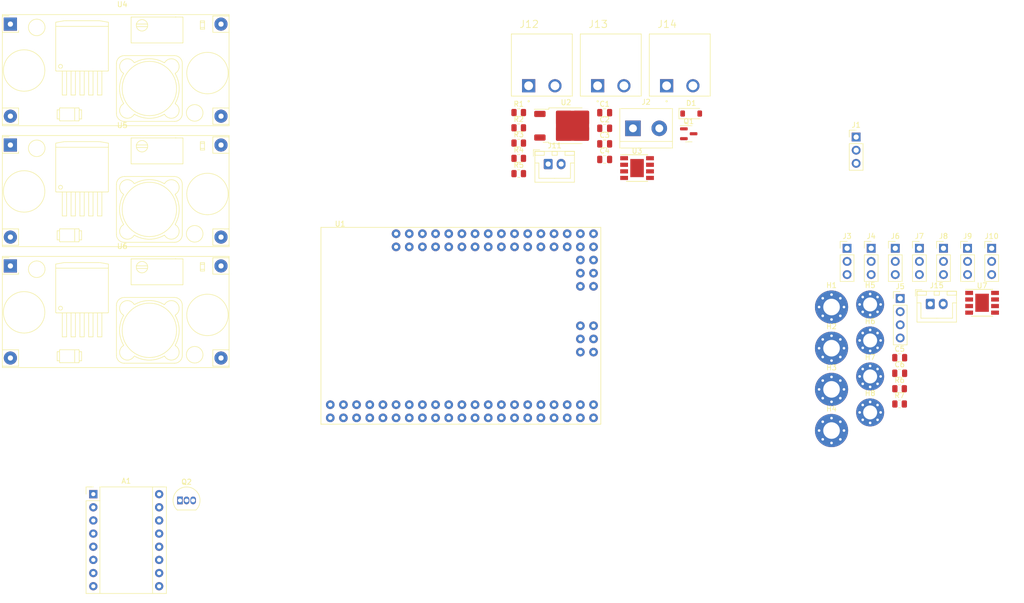
<source format=kicad_pcb>
(kicad_pcb (version 20221018) (generator pcbnew)
  (layers (0 "F.Cu" signal) (31 "B.Cu" signal) (34 "B.Paste" user) (35 "F.Paste" user) (36 "B.SilkS" user "B.Silkscreen") (37 "F.SilkS" user "F.Silkscreen") (38 "B.Mask" user) (39 "F.Mask" user) (44 "Edge.Cuts" user))
  (net 0 "")
  (net 1 "+12V")
  (net 2 "tension alim moteur DC")
  (net 3 "GND")
  (net 4 "Net-(D1-A)")
  (net 5 "5V")
  (net 9 "Net-(J2-Pin_2)")
  (net 10 "Net-(J1-Pin_3)")
  (net 11 "Net-(J4-Pin_3)")
  (net 12 "Net-(J3-Pin_3)")
  (net 13 "SWCLK")
  (net 14 "SWDIO")
  (net 15 "Net-(J5-Pin_4)")
  (net 19 "Net-(J6-Pin_3)")
  (net 20 "Net-(J11-Pin_1)")
  (net 21 "Net-(J7-Pin_1)")
  (net 22 "Net-(J8-Pin_1)")
  (net 23 "Net-(J9-Pin_1)")
  (net 24 "Net-(J10-Pin_1)")
  (net 81 "Net-(J14-Pin_1)")
  (net 82 "Net-(J11-Pin_2)")
  (net 83 "FWD1")
  (net 84 "REV1")
  (net 85 "+3.3V")
  (net 86 "+5V")
  (net 87 "REV2")
  (net 88 "Net-(J12-Pin_1)")
  (net 89 "Net-(J13-Pin_1)")
  (net 90 "Net-(J15-Pin_1)")
  (net 91 "Net-(J15-Pin_2)")
  (net 92 "Net-(U2-ADJ)")
  (net 93 "FWD2")
  (net 114 "12V PWR")
  (footprint "Package_SO:Diodes_SO-8EP" (layer "F.Cu") (at 225.3405 74.803)
    (fp_text reference "U7" (at 0 -3.3) (layer "F.SilkS"))
    (fp_text value "ZXBM5210-SP")
    (pad "1" smd rect (at -2.4975 -1.905) (size 1.505 0.802) (layers "F.Cu" "F.Paste" "F.Mask") (net 90 "Net-(J15-Pin_1)"))
    (pad "2" smd rect (at -2.4975 -0.635) (size 1.505 0.802) (layers "F.Cu" "F.Paste" "F.Mask") (net 1 "+12V"))
    (pad "3" smd rect (at -2.4975 0.635) (size 1.505 0.802) (layers "F.Cu" "F.Paste" "F.Mask") (net 2 "tension alim moteur DC"))
    (pad "4" smd rect (at -2.4975 1.905) (size 1.505 0.802) (layers "F.Cu" "F.Paste" "F.Mask") (net 83 "FWD1"))
    (pad "5" smd rect (at 2.4975 1.905) (size 1.505 0.802) (layers "F.Cu" "F.Paste" "F.Mask") (net 84 "REV1"))
    (pad "6" smd rect (at 2.4975 0.635) (size 1.505 0.802) (layers "F.Cu" "F.Paste" "F.Mask") (net 2 "tension alim moteur DC"))
    (pad "7" smd rect (at 2.4975 -0.635) (size 1.505 0.802) (layers "F.Cu" "F.Paste" "F.Mask") (net 91 "Net-(J15-Pin_2)"))
    (pad "8" smd rect (at 2.4975 -1.905) (size 1.505 0.802) (layers "F.Cu" "F.Paste" "F.Mask") (net 3 "GND"))
    (pad "9" smd rect (at 0 0) (size 2.613 3.502) (layers "F.Cu" "F.Paste" "F.Mask") (net 3 "GND"))
  )
  (footprint "Capacitor_SMD:C_0805_2012Metric" (layer "F.Cu") (at 152.5145 44.114)
    (fp_text reference "C3" (at 0 -1.68) (layer "F.SilkS"))
    (fp_text value "100nF")
    (pad "1" smd roundrect (at -0.95 0) (size 1 1.45) (layers "F.Cu" "F.Paste" "F.Mask") (net 2 "tension alim moteur DC"))
    (pad "2" smd roundrect (at 0.95 0) (size 1 1.45) (layers "F.Cu" "F.Paste" "F.Mask") (net 3 "GND"))
  )
  (footprint "Capacitor_SMD:C_0805_2012Metric" (layer "F.Cu") (at 209.4405 85.408)
    (fp_text reference "C5" (at 0 -1.68) (layer "F.SilkS"))
    (fp_text value "100nF")
    (pad "1" smd roundrect (at -0.95 0) (size 1 1.45) (layers "F.Cu" "F.Paste" "F.Mask") (net 2 "tension alim moteur DC"))
    (pad "2" smd roundrect (at 0.95 0) (size 1 1.45) (layers "F.Cu" "F.Paste" "F.Mask") (net 3 "GND"))
  )
  (footprint "Resistor_SMD:R_0805_2012Metric" (layer "F.Cu") (at 135.9345 43.964)
    (fp_text reference "R3" (at 0 -1.65) (layer "F.SilkS"))
    (fp_text value "1.5k")
    (pad "1" smd roundrect (at -0.9125 0) (size 1.025 1.4) (layers "F.Cu" "F.Paste" "F.Mask") (roundrect_rratio 0.243902) (net 86 "+5V"))
    (pad "2" smd roundrect (at 0.9125 0) (size 1.025 1.4) (layers "F.Cu" "F.Paste" "F.Mask") (roundrect_rratio 0.243902) (net 92 "Net-(U2-ADJ)"))
  )
  (footprint "MountingHole:MountingHole_2.7mm_Pad_Via" (layer "F.Cu") (at 203.7405 82.078)
    (fp_text reference "H6" (at 0 -3.7) (layer "F.SilkS"))
    (fp_text value "MountingHole_Pad")
    (pad "1" thru_hole circle (at -2.025 0) (size 0.8 0.8) (drill 0.5) (layers "*.Cu" "*.Mask") (net 3 "GND"))
    (pad "1" thru_hole circle (at -1.431891 -1.431891) (size 0.8 0.8) (drill 0.5) (layers "*.Cu" "*.Mask") (net 3 "GND"))
    (pad "1" thru_hole circle (at -1.431891 1.431891) (size 0.8 0.8) (drill 0.5) (layers "*.Cu" "*.Mask") (net 3 "GND"))
    (pad "1" thru_hole circle (at 0 -2.025) (size 0.8 0.8) (drill 0.5) (layers "*.Cu" "*.Mask") (net 3 "GND"))
    (pad "1" thru_hole circle (at 0 0) (size 5.4 5.4) (drill 2.7) (layers "*.Cu" "*.Mask") (net 3 "GND"))
    (pad "1" thru_hole circle (at 0 2.025) (size 0.8 0.8) (drill 0.5) (layers "*.Cu" "*.Mask") (net 3 "GND"))
    (pad "1" thru_hole circle (at 1.431891 -1.431891) (size 0.8 0.8) (drill 0.5) (layers "*.Cu" "*.Mask") (net 3 "GND"))
    (pad "1" thru_hole circle (at 1.431891 1.431891) (size 0.8 0.8) (drill 0.5) (layers "*.Cu" "*.Mask") (net 3 "GND"))
    (pad "1" thru_hole circle (at 2.025 0) (size 0.8 0.8) (drill 0.5) (layers "*.Cu" "*.Mask") (net 3 "GND"))
  )
  (footprint "MountingHole:MountingHole_3.2mm_M3_Pad_Via" (layer "F.Cu") (at 196.2905 99.478)
    (fp_text reference "H4" (at 0 -4.2) (layer "F.SilkS"))
    (fp_text value "MountingHole_Pad")
    (pad "1" thru_hole circle (at -2.4 0) (size 0.8 0.8) (drill 0.5) (layers "*.Cu" "*.Mask") (net 3 "GND"))
    (pad "1" thru_hole circle (at -1.697056 -1.697056) (size 0.8 0.8) (drill 0.5) (layers "*.Cu" "*.Mask") (net 3 "GND"))
    (pad "1" thru_hole circle (at -1.697056 1.697056) (size 0.8 0.8) (drill 0.5) (layers "*.Cu" "*.Mask") (net 3 "GND"))
    (pad "1" thru_hole circle (at 0 -2.4) (size 0.8 0.8) (drill 0.5) (layers "*.Cu" "*.Mask") (net 3 "GND"))
    (pad "1" thru_hole circle (at 0 0) (size 6.4 6.4) (drill 3.2) (layers "*.Cu" "*.Mask") (net 3 "GND"))
    (pad "1" thru_hole circle (at 0 2.4) (size 0.8 0.8) (drill 0.5) (layers "*.Cu" "*.Mask") (net 3 "GND"))
    (pad "1" thru_hole circle (at 1.697056 -1.697056) (size 0.8 0.8) (drill 0.5) (layers "*.Cu" "*.Mask") (net 3 "GND"))
    (pad "1" thru_hole circle (at 1.697056 1.697056) (size 0.8 0.8) (drill 0.5) (layers "*.Cu" "*.Mask") (net 3 "GND"))
    (pad "1" thru_hole circle (at 2.4 0) (size 0.8 0.8) (drill 0.5) (layers "*.Cu" "*.Mask") (net 3 "GND"))
  )
  (footprint "lib-buck-converter:YAAJ_DCDC_StepDown_LM2596" (layer "F.Cu") (at 37.846 67.691)
    (fp_text reference "U6" (at 21.59 -3.81) (layer "F.SilkS"))
    (fp_text value "YAAJ_DCDC_StepDown_LM2596")
    (pad "1" thru_hole rect (at 0 0) (size 2.54 2.54) (drill 1) (layers "*.Cu" "*.Mask") (net 81 "Net-(J14-Pin_1)"))
    (pad "2" thru_hole circle (at 0 17.78) (size 2.54 2.54) (drill 1) (layers "*.Cu" "*.Mask") (net 3 "GND"))
    (pad "3" thru_hole circle (at 40.64 17.78) (size 2.54 2.54) (drill 1) (layers "*.Cu" "*.Mask") (net 3 "GND"))
    (pad "4" thru_hole circle (at 40.64 0) (size 2.54 2.54) (drill 1) (layers "*.Cu" "*.Mask") (net 114 "12V PWR"))
  )
  (footprint "Capacitor_SMD:C_0805_2012Metric" (layer "F.Cu") (at 209.4405 88.418)
    (fp_text reference "C6" (at 0 -1.68) (layer "F.SilkS"))
    (fp_text value "100nF")
    (pad "1" smd roundrect (at -0.95 0) (size 1 1.45) (layers "F.Cu" "F.Paste" "F.Mask") (net 1 "+12V"))
    (pad "2" smd roundrect (at 0.95 0) (size 1 1.45) (layers "F.Cu" "F.Paste" "F.Mask") (net 3 "GND"))
  )
  (footprint "Connector_PinHeader_2.54mm:PinHeader_1x03_P2.54mm_Vertical" (layer "F.Cu") (at 227.1905 64.278)
    (fp_text reference "J10" (at 0 -2.33) (layer "F.SilkS"))
    (fp_text value "Conn_01x03_Pin")
    (pad "1" thru_hole rect (at 0 0) (size 1.7 1.7) (drill 1) (layers "*.Cu" "*.Mask") (net 24 "Net-(J10-Pin_1)"))
    (pad "2" thru_hole oval (at 0 2.54) (size 1.7 1.7) (drill 1) (layers "*.Cu" "*.Mask") (net 5 "5V"))
    (pad "3" thru_hole oval (at 0 5.08) (size 1.7 1.7) (drill 1) (layers "*.Cu" "*.Mask") (net 3 "GND"))
  )
  (footprint "Resistor_SMD:R_0805_2012Metric" (layer "F.Cu") (at 135.9345 38.064)
    (fp_text reference "R1" (at 0 -1.65) (layer "F.SilkS"))
    (fp_text value "10k")
    (pad "1" smd roundrect (at -0.9125 0) (size 1.025 1.4) (layers "F.Cu" "F.Paste" "F.Mask") (roundrect_rratio 0.243902) (net 4 "Net-(D1-A)"))
    (pad "2" smd roundrect (at 0.9125 0) (size 1.025 1.4) (layers "F.Cu" "F.Paste" "F.Mask") (roundrect_rratio 0.243902) (net 3 "GND"))
  )
  (footprint "Capacitor_SMD:C_0805_2012Metric" (layer "F.Cu") (at 152.5145 47.124)
    (fp_text reference "C4" (at 0 -1.68) (layer "F.SilkS"))
    (fp_text value "100nF")
    (pad "1" smd roundrect (at -0.95 0) (size 1 1.45) (layers "F.Cu" "F.Paste" "F.Mask") (net 1 "+12V"))
    (pad "2" smd roundrect (at 0.95 0) (size 1 1.45) (layers "F.Cu" "F.Paste" "F.Mask") (net 3 "GND"))
  )
  (footprint "Resistor_SMD:R_0805_2012Metric" (layer "F.Cu") (at 135.9345 49.864)
    (fp_text reference "R5" (at 0 -1.65) (layer "F.SilkS"))
    (fp_text value "10k")
    (pad "1" smd roundrect (at -0.9125 0) (size 1.025 1.4) (layers "F.Cu" "F.Paste" "F.Mask") (roundrect_rratio 0.243902) (net 87 "REV2"))
    (pad "2" smd roundrect (at 0.9125 0) (size 1.025 1.4) (layers "F.Cu" "F.Paste" "F.Mask") (roundrect_rratio 0.243902) (net 3 "GND"))
  )
  (footprint "MountingHole:MountingHole_3.2mm_M3_Pad_Via" (layer "F.Cu") (at 196.2905 75.628)
    (fp_text reference "H1" (at 0 -4.2) (layer "F.SilkS"))
    (fp_text value "MountingHole_Pad")
    (pad "1" thru_hole circle (at -2.4 0) (size 0.8 0.8) (drill 0.5) (layers "*.Cu" "*.Mask") (net 3 "GND"))
    (pad "1" thru_hole circle (at -1.697056 -1.697056) (size 0.8 0.8) (drill 0.5) (layers "*.Cu" "*.Mask") (net 3 "GND"))
    (pad "1" thru_hole circle (at -1.697056 1.697056) (size 0.8 0.8) (drill 0.5) (layers "*.Cu" "*.Mask") (net 3 "GND"))
    (pad "1" thru_hole circle (at 0 -2.4) (size 0.8 0.8) (drill 0.5) (layers "*.Cu" "*.Mask") (net 3 "GND"))
    (pad "1" thru_hole circle (at 0 0) (size 6.4 6.4) (drill 3.2) (layers "*.Cu" "*.Mask") (net 3 "GND"))
    (pad "1" thru_hole circle (at 0 2.4) (size 0.8 0.8) (drill 0.5) (layers "*.Cu" "*.Mask") (net 3 "GND"))
    (pad "1" thru_hole circle (at 1.697056 -1.697056) (size 0.8 0.8) (drill 0.5) (layers "*.Cu" "*.Mask") (net 3 "GND"))
    (pad "1" thru_hole circle (at 1.697056 1.697056) (size 0.8 0.8) (drill 0.5) (layers "*.Cu" "*.Mask") (net 3 "GND"))
    (pad "1" thru_hole circle (at 2.4 0) (size 0.8 0.8) (drill 0.5) (layers "*.Cu" "*.Mask") (net 3 "GND"))
  )
  (footprint "Resistor_SMD:R_0805_2012Metric" (layer "F.Cu") (at 209.4205 91.398)
    (fp_text reference "R6" (at 0 -1.65) (layer "F.SilkS"))
    (fp_text value "10k")
    (pad "1" smd roundrect (at -0.9125 0) (size 1.025 1.4) (layers "F.Cu" "F.Paste" "F.Mask") (roundrect_rratio 0.243902) (net 83 "FWD1"))
    (pad "2" smd roundrect (at 0.9125 0) (size 1.025 1.4) (layers "F.Cu" "F.Paste" "F.Mask") (roundrect_rratio 0.243902) (net 3 "GND"))
  )
  (footprint "TerminalBlockBend:CUI_TBP01R1-508-02BE" (layer "F.Cu") (at 164.4645 32.894)
    (fp_text reference "J14" (at 0.105 -11.889) (layer "F.SilkS") (effects (font (size 1.4 1.4))))
    (fp_text value "Screw_Terminal_01x02")
    (pad "1" thru_hole rect (at 0 0) (size 2.55 2.55) (drill 1.7) (layers "*.Cu" "*.Mask") (net 81 "Net-(J14-Pin_1)"))
    (pad "2" thru_hole circle (at 5.08 0) (size 2.55 2.55) (drill 1.7) (layers "*.Cu" "*.Mask") (net 3 "GND"))
  )
  (footprint "Capacitor_SMD:C_0805_2012Metric" (layer "F.Cu") (at 152.5145 41.104)
    (fp_text reference "C2" (at 0 -1.68) (layer "F.SilkS"))
    (fp_text value "1uF")
    (pad "1" smd roundrect (at -0.95 0) (size 1 1.45) (layers "F.Cu" "F.Paste" "F.Mask") (net 86 "+5V"))
    (pad "2" smd roundrect (at 0.95 0) (size 1 1.45) (layers "F.Cu" "F.Paste" "F.Mask") (net 3 "GND"))
  )
  (footprint "lib-buck-converter:YAAJ_DCDC_StepDown_LM2596" (layer "F.Cu") (at 37.846 20.991)
    (fp_text reference "U4" (at 21.59 -3.81) (layer "F.SilkS"))
    (fp_text value "YAAJ_DCDC_StepDown_LM2596")
    (pad "1" thru_hole rect (at 0 0) (size 2.54 2.54) (drill 1) (layers "*.Cu" "*.Mask") (net 88 "Net-(J12-Pin_1)"))
    (pad "2" thru_hole circle (at 0 17.78) (size 2.54 2.54) (drill 1) (layers "*.Cu" "*.Mask") (net 3 "GND"))
    (pad "3" thru_hole circle (at 40.64 17.78) (size 2.54 2.54) (drill 1) (layers "*.Cu" "*.Mask") (net 3 "GND"))
    (pad "4" thru_hole circle (at 40.64 0) (size 2.54 2.54) (drill 1) (layers "*.Cu" "*.Mask") (net 2 "tension alim moteur DC"))
  )
  (footprint "Package_TO_SOT_SMD:TO-252-2" (layer "F.Cu") (at 145.0545 40.614)
    (fp_text reference "U2" (at 0 -4.5) (layer "F.SilkS"))
    (fp_text value "LM317_TO-252")
    (pad "1" smd roundrect (at -5.04 -2.28) (size 2.2 1.2) (layers "F.Cu" "F.Paste" "F.Mask") (roundrect_rratio 0.208333) (net 92 "Net-(U2-ADJ)"))
    (pad "2" smd roundrect (at -0.415 -1.525) (size 3.05 2.75) (layers "F.Cu" "F.Paste") (roundrect_rratio 0.090909) (net 86 "+5V"))
    (pad "2" smd roundrect (at -0.415 1.525) (size 3.05 2.75) (layers "F.Cu" "F.Paste") (roundrect_rratio 0.090909) (net 86 "+5V"))
    (pad "2" smd roundrect (at 1.26 0) (size 6.4 5.8) (layers "F.Cu" "F.Mask") (roundrect_rratio 0.043103) (net 86 "+5V"))
    (pad "2" smd roundrect (at 2.935 -1.525) (size 3.05 2.75) (layers "F.Cu" "F.Paste") (roundrect_rratio 0.090909) (net 86 "+5V"))
    (pad "2" smd roundrect (at 2.935 1.525) (size 3.05 2.75) (layers "F.Cu" "F.Paste") (roundrect_rratio 0.090909) (net 86 "+5V"))
    (pad "3" smd roundrect (at -5.04 2.28) (size 2.2 1.2) (layers "F.Cu" "F.Paste" "F.Mask") (roundrect_rratio 0.208333) (net 1 "+12V"))
  )
  (footprint "MountingHole:MountingHole_2.7mm_Pad_Via" (layer "F.Cu") (at 203.7405 95.978)
    (fp_text reference "H8" (at 0 -3.7) (layer "F.SilkS"))
    (fp_text value "MountingHole_Pad")
    (pad "1" thru_hole circle (at -2.025 0) (size 0.8 0.8) (drill 0.5) (layers "*.Cu" "*.Mask") (net 3 "GND"))
    (pad "1" thru_hole circle (at -1.431891 -1.431891) (size 0.8 0.8) (drill 0.5) (layers "*.Cu" "*.Mask") (net 3 "GND"))
    (pad "1" thru_hole circle (at -1.431891 1.431891) (size 0.8 0.8) (drill 0.5) (layers "*.Cu" "*.Mask") (net 3 "GND"))
    (pad "1" thru_hole circle (at 0 -2.025) (size 0.8 0.8) (drill 0.5) (layers "*.Cu" "*.Mask") (net 3 "GND"))
    (pad "1" thru_hole circle (at 0 0) (size 5.4 5.4) (drill 2.7) (layers "*.Cu" "*.Mask") (net 3 "GND"))
    (pad "1" thru_hole circle (at 0 2.025) (size 0.8 0.8) (drill 0.5) (layers "*.Cu" "*.Mask") (net 3 "GND"))
    (pad "1" thru_hole circle (at 1.431891 -1.431891) (size 0.8 0.8) (drill 0.5) (layers "*.Cu" "*.Mask") (net 3 "GND"))
    (pad "1" thru_hole circle (at 1.431891 1.431891) (size 0.8 0.8) (drill 0.5) (layers "*.Cu" "*.Mask") (net 3 "GND"))
    (pad "1" thru_hole circle (at 2.025 0) (size 0.8 0.8) (drill 0.5) (layers "*.Cu" "*.Mask") (net 3 "GND"))
  )
  (footprint "TerminalBlockBend:CUI_TBP01R1-508-02BE" (layer "F.Cu") (at 151.1545 32.894)
    (fp_text reference "J13" (at 0.105 -11.889) (layer "F.SilkS") (effects (font (size 1.4 1.4))))
    (fp_text value "Screw_Terminal_01x02")
    (pad "1" thru_hole rect (at 0 0) (size 2.55 2.55) (drill 1.7) (layers "*.Cu" "*.Mask") (net 89 "Net-(J13-Pin_1)"))
    (pad "2" thru_hole circle (at 5.08 0) (size 2.55 2.55) (drill 1.7) (layers "*.Cu" "*.Mask") (net 3 "GND"))
  )
  (footprint "Connector_JST:JST_XH_B2B-XH-A_1x02_P2.50mm_Vertical" (layer "F.Cu") (at 141.6145 48.014)
    (fp_text reference "J11" (at 1.25 -3.55) (layer "F.SilkS"))
    (fp_text value "Conn_01x02")
    (pad "1" thru_hole roundrect (at 0 0) (size 1.7 2) (drill 1) (layers "*.Cu" "*.Mask") (roundrect_rratio 0.147059) (net 20 "Net-(J11-Pin_1)"))
    (pad "2" thru_hole oval (at 2.5 0) (size 1.7 2) (drill 1) (layers "*.Cu" "*.Mask") (net 82 "Net-(J11-Pin_2)"))
  )
  (footprint "Connector_PinHeader_2.54mm:PinHeader_1x03_P2.54mm_Vertical" (layer "F.Cu") (at 222.5405 64.278)
    (fp_text reference "J9" (at 0 -2.33) (layer "F.SilkS"))
    (fp_text value "Conn_01x03_Pin")
    (pad "1" thru_hole rect (at 0 0) (size 1.7 1.7) (drill 1) (layers "*.Cu" "*.Mask") (net 23 "Net-(J9-Pin_1)"))
    (pad "2" thru_hole oval (at 0 2.54) (size 1.7 1.7) (drill 1) (layers "*.Cu" "*.Mask") (net 5 "5V"))
    (pad "3" thru_hole oval (at 0 5.08) (size 1.7 1.7) (drill 1) (layers "*.Cu" "*.Mask") (net 3 "GND"))
  )
  (footprint "Connector_PinHeader_2.54mm:PinHeader_1x03_P2.54mm_Vertical" (layer "F.Cu") (at 203.9405 64.278)
    (fp_text reference "J4" (at 0 -2.33) (layer "F.SilkS"))
    (fp_text value "Conn_01x03_Pin")
    (pad "1" thru_hole rect (at 0 0) (size 1.7 1.7) (drill 1) (layers "*.Cu" "*.Mask") (net 3 "GND"))
    (pad "2" thru_hole oval (at 0 2.54) (size 1.7 1.7) (drill 1) (layers "*.Cu" "*.Mask") (net 5 "5V"))
    (pad "3" thru_hole oval (at 0 5.08) (size 1.7 1.7) (drill 1) (layers "*.Cu" "*.Mask") (net 11 "Net-(J4-Pin_3)"))
  )
  (footprint "Diode_SMD:D_SOD-123" (layer "F.Cu") (at 169.2095 38.264)
    (fp_text reference "D1" (at 0 -2) (layer "F.SilkS"))
    (fp_text value "D_Zener")
    (pad "1" smd roundrect (at -1.65 0) (size 0.9 1.2) (layers "F.Cu" "F.Paste" "F.Mask") (net 1 "+12V"))
    (pad "2" smd roundrect (at 1.65 0) (size 0.9 1.2) (layers "F.Cu" "F.Paste" "F.Mask") (net 4 "Net-(D1-A)"))
  )
  (footprint "Package_TO_SOT_SMD:SOT-23" (layer "F.Cu") (at 168.7345 42.164)
    (fp_text reference "Q1" (at 0 -2.4) (layer "F.SilkS"))
    (fp_text value "BSS83P")
    (pad "1" smd roundrect (at -0.9375 -0.95) (size 1.475 0.6) (layers "F.Cu" "F.Paste" "F.Mask") (net 4 "Net-(D1-A)"))
    (pad "2" smd roundrect (at -0.9375 0.95) (size 1.475 0.6) (layers "F.Cu" "F.Paste" "F.Mask") (net 1 "+12V"))
    (pad "3" smd roundrect (at 0.9375 0) (size 1.475 0.6) (layers "F.Cu" "F.Paste" "F.Mask") (net 9 "Net-(J2-Pin_2)"))
  )
  (footprint "MountingHole:MountingHole_2.7mm_Pad_Via" (layer "F.Cu") (at 203.7405 89.028)
    (fp_text reference "H7" (at 0 -3.7) (layer "F.SilkS"))
    (fp_text value "MountingHole_Pad")
    (pad "1" thru_hole circle (at -2.025 0) (size 0.8 0.8) (drill 0.5) (layers "*.Cu" "*.Mask") (net 3 "GND"))
    (pad "1" thru_hole circle (at -1.431891 -1.431891) (size 0.8 0.8) (drill 0.5) (layers "*.Cu" "*.Mask") (net 3 "GND"))
    (pad "1" thru_hole circle (at -1.431891 1.431891) (size 0.8 0.8) (drill 0.5) (layers "*.Cu" "*.Mask") (net 3 "GND"))
    (pad "1" thru_hole circle (at 0 -2.025) (size 0.8 0.8) (drill 0.5) (layers "*.Cu" "*.Mask") (net 3 "GND"))
    (pad "1" thru_hole circle (at 0 0) (size 5.4 5.4) (drill 2.7) (layers "*.Cu" "*.Mask") (net 3 "GND"))
    (pad "1" thru_hole circle (at 0 2.025) (size 0.8 0.8) (drill 0.5) (layers "*.Cu" "*.Mask") (net 3 "GND"))
    (pad "1" thru_hole circle (at 1.431891 -1.431891) (size 0.8 0.8) (drill 0.5) (layers "*.Cu" "*.Mask") (net 3 "GND"))
    (pad "1" thru_hole circle (at 1.431891 1.431891) (size 0.8 0.8) (drill 0.5) (layers "*.Cu" "*.Mask") (net 3 "GND"))
    (pad "1" thru_hole circle (at 2.025 0) (size 0.8 0.8) (drill 0.5) (layers "*.Cu" "*.Mask") (net 3 "GND"))
  )
  (footprint "Package_SO:Diodes_SO-8EP" (layer "F.Cu") (at 158.7645 48.789)
    (fp_text reference "U3" (at 0 -3.3) (layer "F.SilkS"))
    (fp_text value "ZXBM5210-SP")
    (pad "1" smd rect (at -2.4975 -1.905) (size 1.505 0.802) (layers "F.Cu" "F.Paste" "F.Mask") (net 20 "Net-(J11-Pin_1)"))
    (pad "2" smd rect (at -2.4975 -0.635) (size 1.505 0.802) (layers "F.Cu" "F.Paste" "F.Mask") (net 1 "+12V"))
    (pad "3" smd rect (at -2.4975 0.635) (size 1.505 0.802) (layers "F.Cu" "F.Paste" "F.Mask") (net 2 "tension alim moteur DC"))
    (pad "4" smd rect (at -2.4975 1.905) (size 1.505 0.802) (layers "F.Cu" "F.Paste" "F.Mask") (net 93 "FWD2"))
    (pad "5" smd rect (at 2.4975 1.905) (size 1.505 0.802) (layers "F.Cu" "F.Paste" "F.Mask") (net 87 "REV2"))
    (pad "6" smd rect (at 2.4975 0.635) (size 1.505 0.802) (layers "F.Cu" "F.Paste" "F.Mask") (net 2 "tension alim moteur DC"))
    (pad "7" smd rect (at 2.4975 -0.635) (size 1.505 0.802) (layers "F.Cu" "F.Paste" "F.Mask") (net 82 "Net-(J11-Pin_2)"))
    (pad "8" smd rect (at 2.4975 -1.905) (size 1.505 0.802) (layers "F.Cu" "F.Paste" "F.Mask") (net 3 "GND"))
    (pad "9" smd rect (at 0 0) (size 2.613 3.502) (layers "F.Cu" "F.Paste" "F.Mask") (net 3 "GND"))
  )
  (footprint "Resistor_SMD:R_0805_2012Metric" (layer "F.Cu") (at 209.4205 94.348)
    (fp_text reference "R7" (at 0 -1.65) (layer "F.SilkS"))
    (fp_text value "10k")
    (pad "1" smd roundrect (at -0.9125 0) (size 1.025 1.4) (layers "F.Cu" "F.Paste" "F.Mask") (roundrect_rratio 0.243902) (net 84 "REV1"))
    (pad "2" smd roundrect (at 0.9125 0) (size 1.025 1.4) (layers "F.Cu" "F.Paste" "F.Mask") (roundrect_rratio 0.243902) (net 3 "GND"))
  )
  (footprint "lib:MODULE_MEGA_PRO_EMBED_CH340G___ATMEGA2560" (layer "F.Cu") (at 124.768 79.248)
    (fp_text reference "U1" (at -23.295 -19.685) (layer "F.SilkS"))
    (fp_text value "MEGA_PRO_EMBED_CH340G___ATMEGA2560")
    (pad "3V3_1" thru_hole circle (at -17.58 17.78) (size 1.6764 1.6764) (drill 0.8) (layers "*.Cu" "*.Mask") (net 85 "+3.3V"))
    (pad "3V3_2" thru_hole circle (at -17.58 15.24) (size 1.6764 1.6764) (drill 0.8) (layers "*.Cu" "*.Mask") (net 85 "+3.3V"))
    (pad "5V_1" thru_hole circle (at -20.12 17.78) (size 1.6764 1.6764) (drill 0.8) (layers "*.Cu" "*.Mask") (net 86 "+5V"))
    (pad "5V_2" thru_hole circle (at -20.12 15.24) (size 1.6764 1.6764) (drill 0.8) (layers "*.Cu" "*.Mask") (net 86 "+5V"))
    (pad "5V_3" thru_hole circle (at 25.6 0) (size 1.6764 1.6764) (drill 0.8) (layers "*.Cu" "*.Mask") (net 86 "+5V"))
    (pad "A0" thru_hole circle (at -12.5 -17.78) (size 1.6764 1.6764) (drill 0.8) (layers "*.Cu" "*.Mask"))
    (pad "A1" thru_hole circle (at -12.5 -15.24) (size 1.6764 1.6764) (drill 0.8) (layers "*.Cu" "*.Mask"))
    (pad "A2" thru_hole circle (at -9.96 -17.78) (size 1.6764 1.6764) (drill 0.8) (layers "*.Cu" "*.Mask"))
    (pad "A3" thru_hole circle (at -9.96 -15.24) (size 1.6764 1.6764) (drill 0.8) (layers "*.Cu" "*.Mask"))
    (pad "A4" thru_hole circle (at -7.42 -17.78) (size 1.6764 1.6764) (drill 0.8) (layers "*.Cu" "*.Mask"))
    (pad "A5" thru_hole circle (at -7.42 -15.24) (size 1.6764 1.6764) (drill 0.8) (layers "*.Cu" "*.Mask"))
    (pad "A6" thru_hole circle (at -4.88 -17.78) (size 1.6764 1.6764) (drill 0.8) (layers "*.Cu" "*.Mask"))
    (pad "A7" thru_hole circle (at -4.88 -15.24) (size 1.6764 1.6764) (drill 0.8) (layers "*.Cu" "*.Mask"))
    (pad "A8" thru_hole circle (at -2.34 -17.78) (size 1.6764 1.6764) (drill 0.8) (layers "*.Cu" "*.Mask"))
    (pad "A9" thru_hole circle (at -2.34 -15.24) (size 1.6764 1.6764) (drill 0.8) (layers "*.Cu" "*.Mask"))
    (pad "A10" thru_hole circle (at 0.2 -17.78) (size 1.6764 1.6764) (drill 0.8) (layers "*.Cu" "*.Mask"))
    (pad "A11" thru_hole circle (at 0.2 -15.24) (size 1.6764 1.6764) (drill 0.8) (layers "*.Cu" "*.Mask"))
    (pad "A12" thru_hole circle (at 2.74 -17.78) (size 1.6764 1.6764) (drill 0.8) (layers "*.Cu" "*.Mask"))
    (pad "A13" thru_hole circle (at 2.74 -15.24) (size 1.6764 1.6764) (drill 0.8) (layers "*.Cu" "*.Mask"))
    (pad "A14" thru_hole circle (at 5.28 -17.78) (size 1.6764 1.6764) (drill 0.8) (layers "*.Cu" "*.Mask"))
    (pad "A15" thru_hole circle (at 5.28 -15.24) (size 1.6764 1.6764) (drill 0.8) (layers "*.Cu" "*.Mask"))
    (pad "AREF" thru_hole circle (at -15.04 15.24) (size 1.6764 1.6764) (drill 0.8) (layers "*.Cu" "*.Mask"))
    (pad "D2" thru_hole circle (at -9.96 15.24) (size 1.6764 1.6764) (drill 0.8) (layers "*.Cu" "*.Mask") (net 21 "Net-(J7-Pin_1)"))
    (pad "D3" thru_hole circle (at -9.96 17.78) (size 1.6764 1.6764) (drill 0.8) (layers "*.Cu" "*.Mask") (net 10 "Net-(J1-Pin_3)"))
    (pad "D4" thru_hole circle (at -7.42 15.24) (size 1.6764 1.6764) (drill 0.8) (layers "*.Cu" "*.Mask") (net 22 "Net-(J8-Pin_1)"))
    (pad "D5" thru_hole circle (at -7.42 17.78) (size 1.6764 1.6764) (drill 0.8) (layers "*.Cu" "*.Mask") (net 12 "Net-(J3-Pin_3)"))
    (pad "D6" thru_hole circle (at -4.88 15.24) (size 1.6764 1.6764) (drill 0.8) (layers "*.Cu" "*.Mask") (net 23 "Net-(J9-Pin_1)"))
    (pad "D7" thru_hole circle (at -4.88 17.78) (size 1.6764 1.6764) (drill 0.8) (layers "*.Cu" "*.Mask") (net 11 "Net-(J4-Pin_3)"))
    (pad "D8" thru_hole circle (at -2.34 15.24) (size 1.6764 1.6764) (drill 0.8) (layers "*.Cu" "*.Mask") (net 24 "Net-(J10-Pin_1)"))
    (pad "D9" thru_hole circle (at -2.34 17.78) (size 1.6764 1.6764) (drill 0.8) (layers "*.Cu" "*.Mask") (net 19 "Net-(J6-Pin_3)"))
    (pad "D10" thru_hole circle (at 0.2 15.24) (size 1.6764 1.6764) (drill 0.8) (layers "*.Cu" "*.Mask") (net 83 "FWD1"))
    (pad "D11" thru_hole circle (at 0.2 17.78) (size 1.6764 1.6764) (drill 0.8) (layers "*.Cu" "*.Mask") (net 84 "REV1"))
    (pad "D12" thru_hole circle (at 2.74 15.24) (size 1.6764 1.6764) (drill 0.8) (layers "*.Cu" "*.Mask") (net 93 "FWD2"))
    (pad "D13" thru_hole circle (at 2.74 17.78) (size 1.6764 1.6764) (drill 0.8) (layers "*.Cu" "*.Mask") (net 87 "REV2"))
    (pad "D14" thru_hole circle (at 5.28 15.24) (size 1.6764 1.6764) (drill 0.8) (layers "*.Cu" "*.Mask"))
    (pad "D15" thru_hole circle (at 5.28 17.78) (size 1.6764 1.6764) (drill 0.8) (layers "*.Cu" "*.Mask"))
    (pad "D16" thru_hole circle (at 7.82 15.24) (size 1.6764 1.6764) (drill 0.8) (layers "*.Cu" "*.Mask"))
    (pad "D17" thru_hole circle (at 7.82 17.78) (size 1.6764 1.6764) (drill 0.8) (layers "*.Cu" "*.Mask"))
    (pad "D18" thru_hole circle (at 10.36 15.24) (size 1.6764 1.6764) (drill 0.8) (layers "*.Cu" "*.Mask"))
    (pad "D19" thru_hole circle (at 10.36 17.78) (size 1.6764 1.6764) (drill 0.8) (layers "*.Cu" "*.Mask"))
    (pad "D20" thru_hole circle (at 12.9 15.24) (size 1.6764 1.6764) (drill 0.8) (layers "*.Cu" "*.Mask"))
    (pad "D21" thru_hole circle (at 12.9 17.78) (size 1.6764 1.6764) (drill 0.8) (layers "*.Cu" "*.Mask"))
    (pad "D22" thru_hole circle (at 15.44 15.24) (size 1.6764 1.6764) (drill 0.8) (layers "*.Cu" "*.Mask"))
    (pad "D23" thru_hole circle (at 15.44 17.78) (size 1.6764 1.6764) (drill 0.8) (layers "*.Cu" "*.Mask"))
    (pad "D24" thru_hole circle (at 17.98 15.24) (size 1.6764 1.6764) (drill 0.8) (layers "*.Cu" "*.Mask"))
    (pad "D25" thru_hole circle (at 17.98 17.78) (size 1.6764 1.6764) (drill 0.8) (layers "*.Cu" "*.Mask"))
    (pad "D26" thru_hole circle (at 20.52 15.24) (size 1.6764 1.6764) (drill 0.8) (layers "*.Cu" "*.Mask"))
    (pad "D27" thru_hole circle (at 20.52 17.78) (size 1.6764 1.6764) (drill 0.8) (layers "*.Cu" "*.Mask"))
    (pad "D28" thru_hole circle (at 23.06 15.24) (size 1.6764 1.6764) (drill 0.8) (layers "*.Cu" "*.Mask"))
    (pad "D29" thru_hole circle (at 23.06 17.78) (size 1.6764 1.6764) (drill 0.8) (layers "*.Cu" "*.Mask"))
    (pad "D30" thru_hole circle (at 25.6 15.24) (size 1.6764 1.6764) (drill 0.8) (layers "*.Cu" "*.Mask"))
    (pad "D31" thru_hole circle (at 25.6 17.78) (size 1.6764 1.6764) (drill 0.8) (layers "*.Cu" "*.Mask"))
    (pad "D32" thru_hole circle (at 7.82 -17.78) (size 1.6764 1.6764) (drill 0.8) (layers "*.Cu" "*.Mask"))
    (pad "D33" thru_hole circle (at 7.82 -15.24) (size 1.6764 1.6764) (drill 0.8) (layers "*.Cu" "*.Mask"))
    (pad "D34" thru_hole circle (at 10.36 -17.78) (size 1.6764 1.6764) (drill 0.8) (layers "*.Cu" "*.Mask"))
    (pad "D35" thru_hole circle (at 10.36 -15.24) (size 1.6764 1.6764) (drill 0.8) (layers "*.Cu" "*.Mask"))
    (pad "D36" thru_hole circle (at 12.9 -17.78) (size 1.6764 1.6764) (drill 0.8) (layers "*.Cu" "*.Mask"))
    (pad "D37" thru_hole circle (at 12.9 -15.24) (size 1.6764 1.6764) (drill 0.8) (layers "*.Cu" "*.Mask"))
    (pad "D38" thru_hole circle (at 15.44 -17.78) (size 1.6764 1.6764) (drill 0.8) (layers "*.Cu" "*.Mask"))
    (pad "D39" thru_hole circle (at 15.44 -15.24) (size 1.6764 1.6764) (drill 0.8) (layers "*.Cu" "*.Mask"))
    (pad "D40" thru_hole circle (at 17.98 -17.78) (size 1.6764 1.6764) (drill 0.8) (layers "*.Cu" "*.Mask"))
    (pad "D41" thru_hole circle (at 17.98 -15.24) (size 1.6764 1.6764) (drill 0.8) (layers "*.Cu" "*.Mask"))
    (pad "D42" thru_hole circle (at 20.52 -17.78) (size 1.6764 1.6764) (drill 0.8) (layers "*.Cu" "*.Mask"))
    (pad "D43" thru_hole circle (at 20.52 -15.24) (size 1.6764 1.6764) (drill 0.8) (layers "*.Cu" "*.Mask"))
    (pad "D44" thru_hole circle (at 23.06 -17.78) (size 1.6764 1.6764) (drill 0.8) (layers "*.Cu" "*.Mask"))
    (pad "D45" thru_hole circle (at 23.06 -15.24) (size 1.6764 1.6764) (drill 0.8) (layers "*.Cu" "*.Mask"))
    (pad "D46" thru_hole circle (at 25.6 -17.78) (size 1.6764 1.6764) (drill 0.8) (layers "*.Cu" "*.Mask"))
    (pad "D47" thru_hole circle (at 25.6 -15.24) (size 1.6764 1.6764) (drill 0.8) (layers "*.Cu" "*.Mask"))
    (pad "D48" thru_hole circle (at 25.6 -12.7) (size 1.6764 1.6764) (drill 0.8) (layers "*.Cu" "*.Mask"))
    (pad "D49" thru_hole circle (at 23.06 -12.7) (size 1.6764 1.6764) (drill 0.8) (layers "*.Cu" "*.Mask"))
    (pad "D50" thru_hole circle (at 25.6 -10.16) (size 1.6764 1.6764) (drill 0.8) (layers "*.Cu" "*.Mask"))
    (pad "D51" thru_hole circle (at 23.06 -10.16) (size 1.6764 1.6764) (drill 0.8) (layers "*.Cu" "*.Mask"))
    (pad "D52" thru_hole circle (at 25.6 -7.62) (size 1.6764 1.6764) (drill 0.8) (layers "*.Cu" "*.Mask"))
    (pad "D53" thru_hole circle (at 23.06 -7.62) (size 1.6764 1.6764) (drill 0.8) (layers "*.Cu" "*.Mask"))
    (pad "GND_1" thru_hole circle (at -22.66 17.78) (size 1.6764 1.6764) (drill 0.8) (layers "*.Cu" "*.Mask") (net 3 "GND"))
    (pad "GND_2" thru_hole circle (at -22.66 15.24) (size 1.6764 1.6764) (drill 0.8) (layers "*.Cu" "*.Mask") (net 3 "GND"))
    (pad "GND_3" thru_hole circle (at 25.6 5.08) (size 1.6764 1.6764) (drill 0.8) (layers "*.Cu" "*.Mask") (net 3 "GND"))
    (pad "MISO" thru_hole circle (at 23.06 0) (size 1.6764 1.6764) (drill 0.8) (layers "*.Cu" "*.Mask"))
    (pad "MOSI" thru_hole circle (at 25.6 2.54) (size 1.6764 1.6764) (drill 0.8) (layers "*.Cu" "*.Mask"))
    (pad "RESET" thru_hole circle (at 23.06 5.08) (size 1.6764 1.6764) (drill 0.8) (layers "*.Cu" "*.Mask"))
    (pad "RST" thru_hole circle (at -15.04 17.78) (size 1.6764 1.6764) (drill 0.8) (layers "*.Cu" "*.Mask") (net 15 "Net-(J5-Pin_4)"))
    (pad "RX" thru_hole circle (at -12.5 15.24) (size 1.6764 1.6764) (drill 0.8) (layers "*.Cu" "*.Mask"))
    (pad "SCK" thru_hole circle (at 23.06 2.54) (size 1.6764 1.6764) (drill 0.8) (layers "*.Cu" "*.Mask"))
    (pad "TX" thru_hole circle (at -12.5 17.78) (size 1.6764 1.6764) (drill 0.8) (layers "*.Cu" "*.Mask"))
    (pad "VIN_1" thru_hole circle (at -25.2 17.78) (size 1.6764 1.6764) (drill 0.8) (layers "*.Cu" "*.Mask") (net 1 "+12V"))
    (pad "VIN_2" thru_hole circle (at -25.2 15.24) (size 1.6764 1.6764) (drill 0.8) (layers "*.Cu" "*.Mask") (net 1 "+12V"))
  )
  (footprint "TerminalBlock:TerminalBlock_bornier-2_P5.08mm" (layer "F.Cu") (at 157.9745 41.114)
    (fp_text reference "J2" (at 2.54 -5.08) (layer "F.SilkS"))
    (fp_text value "Conn_01x02")
    (pad "1" thru_hole rect (at 0 0) (size 3 3) (drill 1.52) (layers "*.Cu" "*.Mask") (net 3 "GND"))
    (pad "2" thru_hole circle (at 5.08 0) (size 3 3) (drill 1.52) (layers "*.Cu" "*.Mask") (net 9 "Net-(J2-Pin_2)"))
  )
  (footprint "Resistor_SMD:R_0805_2012Metric" (layer "F.Cu") (at 135.9345 46.914)
    (fp_text reference "R4" (at 0 -1.65) (layer "F.SilkS"))
    (fp_text value "10k")
    (pad "1" smd roundrect (at -0.9125 0) (size 1.025 1.4) (layers "F.Cu" "F.Paste" "F.Mask") (roundrect_rratio 0.243902) (net 93 "FWD2"))
    (pad "2" smd roundrect (at 0.9125 0) (size 1.025 1.4) (layers "F.Cu" "F.Paste" "F.Mask") (roundrect_rratio 0.243902) (net 3 "GND"))
  )
  (footprint "Connector_PinHeader_2.54mm:PinHeader_1x03_P2.54mm_Vertical" (layer "F.Cu") (at 208.5905 64.278)
    (fp_text reference "J6" (at 0 -2.33) (layer "F.SilkS"))
    (fp_text value "Conn_01x03_Pin")
    (pad "1" thru_hole rect (at 0 0) (size 1.7 1.7) (drill 1) (layers "*.Cu" "*.Mask") (net 3 "GND"))
    (pad "2" thru_hole oval (at 0 2.54) (size 1.7 1.7) (drill 1) (layers "*.Cu" "*.Mask") (net 5 "5V"))
    (pad "3" thru_hole oval (at 0 5.08) (size 1.7 1.7) (drill 1) (layers "*.Cu" "*.Mask") (net 19 "Net-(J6-Pin_3)"))
  )
  (footprint "Package_TO_SOT_THT:TO-92_Inline" (layer "F.Cu") (at 70.568 112.97)
    (fp_text reference "Q2" (at 1.27 -3.56) (layer "F.SilkS"))
    (fp_text value "2N7000")
    (pad "1" thru_hole rect (at 0 0) (size 1.05 1.5) (drill 0.75) (layers "*.Cu" "*.Mask"))
    (pad "2" thru_hole oval (at 1.27 0) (size 1.05 1.5) (drill 0.75) (layers "*.Cu" "*.Mask"))
    (pad "3" thru_hole oval (at 2.54 0) (size 1.05 1.5) (drill 0.75) (layers "*.Cu" "*.Mask"))
  )
  (footprint "Connector_PinHeader_2.54mm:PinHeader_1x04_P2.54mm_Vertical" (layer "F.Cu") (at 209.5405 73.978)
    (fp_text reference "J5" (at 0 -2.33) (layer "F.SilkS"))
    (fp_text value "Connecteur Programmation")
    (pad "1" thru_hole rect (at 0 0) (size 1.7 1.7) (drill 1) (layers "*.Cu" "*.Mask") (net 3 "GND"))
    (pad "2" thru_hole oval (at 0 2.54) (size 1.7 1.7) (drill 1) (layers "*.Cu" "*.Mask") (net 13 "SWCLK"))
    (pad "3" thru_hole oval (at 0 5.08) (size 1.7 1.7) (drill 1) (layers "*.Cu" "*.Mask") (net 14 "SWDIO"))
    (pad "4" thru_hole oval (at 0 7.62) (size 1.7 1.7) (drill 1) (layers "*.Cu" "*.Mask") (net 15 "Net-(J5-Pin_4)"))
  )
  (footprint "Connector_PinHeader_2.54mm:PinHeader_1x03_P2.54mm_Vertical" (layer "F.Cu") (at 217.8905 64.278)
    (fp_text reference "J8" (at 0 -2.33) (layer "F.SilkS"))
    (fp_text value "Conn_01x03_Pin")
    (pad "1" thru_hole rect (at 0 0) (size 1.7 1.7) (drill 1) (layers "*.Cu" "*.Mask") (net 22 "Net-(J8-Pin_1)"))
    (pad "2" thru_hole oval (at 0 2.54) (size 1.7 1.7) (drill 1) (layers "*.Cu" "*.Mask") (net 5 "5V"))
    (pad "3" thru_hole oval (at 0 5.08) (size 1.7 1.7) (drill 1) (layers "*.Cu" "*.Mask") (net 3 "GND"))
  )
  (footprint "Module:Pololu_Breakout-16_15.2x20.3mm" (layer "F.Cu") (at 53.848 111.76)
    (fp_text reference "A1" (at 6.35 -2.54) (layer "F.SilkS"))
    (fp_text value "Pololu_Breakout_A4988")
    (pad "1" thru_hole rect (at 0 0) (size 1.6 1.6) (drill 0.8) (layers "*.Cu" "*.Mask"))
    (pad "2" thru_hole oval (at 0 2.54) (size 1.6 1.6) (drill 0.8) (layers "*.Cu" "*.Mask"))
    (pad "3" thru_hole oval (at 0 5.08) (size 1.6 1.6) (drill 0.8) (layers "*.Cu" "*.Mask"))
    (pad "4" thru_hole oval (at 0 7.62) (size 1.6 1.6) (drill 0.8) (layers "*.Cu" "*.Mask"))
    (pad "5" thru_hole oval (at 0 10.16) (size 1.6 1.6) (drill 0.8) (layers "*.Cu" "*.Mask"))
    (pad "6" thru_hole oval (at 0 12.7) (size 1.6 1.6) (drill 0.8) (layers "*.Cu" "*.Mask"))
    (pad "7" thru_hole oval (at 0 15.24) (size 1.6 1.6) (drill 0.8) (layers "*.Cu" "*.Mask"))
    (pad "8" thru_hole oval (at 0 17.78) (size 1.6 1.6) (drill 0.8) (layers "*.Cu" "*.Mask"))
    (pad "9" thru_hole oval (at 12.7 17.78) (size 1.6 1.6) (drill 0.8) (layers "*.Cu" "*.Mask"))
    (pad "10" thru_hole oval (at 12.7 15.24) (size 1.6 1.6) (drill 0.8) (layers "*.Cu" "*.Mask"))
    (pad "11" thru_hole oval (at 12.7 12.7) (size 1.6 1.6) (drill 0.8) (layers "*.Cu" "*.Mask"))
    (pad "12" thru_hole oval (at 12.7 10.16) (size 1.6 1.6) (drill 0.8) (layers "*.Cu" "*.Mask"))
    (pad "13" thru_hole oval (at 12.7 7.62) (size 1.6 1.6) (drill 0.8) (layers "*.Cu" "*.Mask"))
    (pad "14" thru_hole oval (at 12.7 5.08) (size 1.6 1.6) (drill 0.8) (layers "*.Cu" "*.Mask"))
    (pad "15" thru_hole oval (at 12.7 2.54) (size 1.6 1.6) (drill 0.8) (layers "*.Cu" "*.Mask"))
    (pad "16" thru_hole oval (at 12.7 0) (size 1.6 1.6) (drill 0.8) (layers "*.Cu" "*.Mask"))
  )
  (footprint "Connector_PinHeader_2.54mm:PinHeader_1x03_P2.54mm_Vertical" (layer "F.Cu") (at 213.2405 64.278)
    (fp_text reference "J7" (at 0 -2.33) (layer "F.SilkS"))
    (fp_text value "Conn_01x03_Pin")
    (pad "1" thru_hole rect (at 0 0) (size 1.7 1.7) (drill 1) (layers "*.Cu" "*.Mask") (net 21 "Net-(J7-Pin_1)"))
    (pad "2" thru_hole oval (at 0 2.54) (size 1.7 1.7) (drill 1) (layers "*.Cu" "*.Mask") (net 5 "5V"))
    (pad "3" thru_hole oval (at 0 5.08) (size 1.7 1.7) (drill 1) (layers "*.Cu" "*.Mask") (net 3 "GND"))
  )
  (footprint "TerminalBlockBend:CUI_TBP01R1-508-02BE" (layer "F.Cu") (at 137.8445 32.894)
    (fp_text reference "J12" (at 0.105 -11.889) (layer "F.SilkS") (effects (font (size 1.4 1.4))))
    (fp_text value "Screw_Terminal_01x02")
    (pad "1" thru_hole rect (at 0 0) (size 2.55 2.55) (drill 1.7) (layers "*.Cu" "*.Mask") (net 88 "Net-(J12-Pin_1)"))
    (pad "2" thru_hole circle (at 5.08 0) (size 2.55 2.55) (drill 1.7) (layers "*.Cu" "*.Mask") (net 3 "GND"))
  )
  (footprint "MountingHole:MountingHole_2.7mm_Pad_Via" (layer "F.Cu") (at 203.7405 75.128)
    (fp_text reference "H5" (at 0 -3.7) (layer "F.SilkS"))
    (fp_text value "MountingHole_Pad")
    (pad "1" thru_hole circle (at -2.025 0) (size 0.8 0.8) (drill 0.5) (layers "*.Cu" "*.Mask") (net 3 "GND"))
    (pad "1" thru_hole circle (at -1.431891 -1.431891) (size 0.8 0.8) (drill 0.5) (layers "*.Cu" "*.Mask") (net 3 "GND"))
    (pad "1" thru_hole circle (at -1.431891 1.431891) (size 0.8 0.8) (drill 0.5) (layers "*.Cu" "*.Mask") (net 3 "GND"))
    (pad "1" thru_hole circle (at 0 -2.025) (size 0.8 0.8) (drill 0.5) (layers "*.Cu" "*.Mask") (net 3 "GND"))
    (pad "1" thru_hole circle (at 0 0) (size 5.4 5.4) (drill 2.7) (layers "*.Cu" "*.Mask") (net 3 "GND"))
    (pad "1" thru_hole circle (at 0 2.025) (size 0.8 0.8) (drill 0.5) (layers "*.Cu" "*.Mask") (net 3 "GND"))
    (pad "1" thru_hole circle (at 1.431891 -1.431891) (size 0.8 0.8) (drill 0.5) (layers "*.Cu" "*.Mask") (net 3 "GND"))
    (pad "1" thru_hole circle (at 1.431891 1.431891) (size 0.8 0.8) (drill 0.5) (layers "*.Cu" "*.Mask") (net 3 "GND"))
    (pad "1" thru_hole circle (at 2.025 0) (size 0.8 0.8) (drill 0.5) (layers "*.Cu" "*.Mask") (net 3 "GND"))
  )
  (footprint "MountingHole:MountingHole_3.2mm_M3_Pad_Via" (layer "F.Cu") (at 196.2905 91.528)
    (fp_text reference "H3" (at 0 -4.2) (layer "F.SilkS"))
    (fp_text value "MountingHole_Pad")
    (pad "1" thru_hole circle (at -2.4 0) (size 0.8 0.8) (drill 0.5) (layers "*.Cu" "*.Mask") (net 3 "GND"))
    (pad "1" thru_hole circle (at -1.697056 -1.697056) (size 0.8 0.8) (drill 0.5) (layers "*.Cu" "*.Mask") (net 3 "GND"))
    (pad "1" thru_hole circle (at -1.697056 1.697056) (size 0.8 0.8) (drill 0.5) (layers "*.Cu" "*.Mask") (net 3 "GND"))
    (pad "1" thru_hole circle (at 0 -2.4) (size 0.8 0.8) (drill 0.5) (layers "*.Cu" "*.Mask") (net 3 "GND"))
    (pad "1" thru_hole circle (at 0 0) (size 6.4 6.4) (drill 3.2) (layers "*.Cu" "*.Mask") (net 3 "GND"))
    (pad "1" thru_hole circle (at 0 2.4) (size 0.8 0.8) (drill 0.5) (layers "*.Cu" "*.Mask") (net 3 "GND"))
    (pad "1" thru_hole circle (at 1.697056 -1.697056) (size 0.8 0.8) (drill 0.5) (layers "*.Cu" "*.Mask") (net 3 "GND"))
    (pad "1" thru_hole circle (at 1.697056 1.697056) (size 0.8 0.8) (drill 0.5) (layers "*.Cu" "*.Mask") (net 3 "GND"))
    (pad "1" thru_hole circle (at 2.4 0) (size 0.8 0.8) (drill 0.5) (layers "*.Cu" "*.Mask") (net 3 "GND"))
  )
  (footprint "Connector_JST:JST_XH_B2B-XH-A_1x02_P2.50mm_Vertical" (layer "F.Cu") (at 215.3405 75.028)
    (fp_text reference "J15" (at 1.25 -3.55) (layer "F.SilkS"))
    (fp_text value "Conn_01x02")
    (pad "1" thru_hole roundrect (at 0 0) (size 1.7 2) (drill 1) (layers "*.Cu" "*.Mask") (roundrect_rratio 0.147059) (net 90 "Net-(J15-Pin_1)"))
    (pad "2" thru_hole oval (at 2.5 0) (size 1.7 2) (drill 1) (layers "*.Cu" "*.Mask") (net 91 "Net-(J15-Pin_2)"))
  )
  (footprint "Resistor_SMD:R_0805_2012Metric" (layer "F.Cu") (at 135.9345 41.014)
    (fp_text reference "R2" (at 0 -1.65) (layer "F.SilkS"))
    (fp_text value "4.7k")
    (pad "1" smd roundrect (at -0.9125 0) (size 1.025 1.4) (layers "F.Cu" "F.Paste" "F.Mask") (roundrect_rratio 0.243902) (net 92 "Net-(U2-ADJ)"))
    (pad "2" smd roundrect (at 0.9125 0) (size 1.025 1.4) (layers "F.Cu" "F.Paste" "F.Mask") (roundrect_rratio 0.243902) (net 3 "GND"))
  )
  (footprint "Connector_PinHeader_2.54mm:PinHeader_1x03_P2.54mm_Vertical" (layer "F.Cu") (at 199.2905 64.278)
    (fp_text reference "J3" (at 0 -2.33) (layer "F.SilkS"))
    (fp_text value "Conn_01x03_Pin")
    (pad "1" thru_hole rect (at 0 0) (size 1.7 1.7) (drill 1) (layers "*.Cu" "*.Mask") (net 3 "GND"))
    (pad "2" thru_hole oval (at 0 2.54) (size 1.7 1.7) (drill 1) (layers "*.Cu" "*.Mask") (net 5 "5V"))
    (pad "3" thru_hole oval (at 0 5.08) (size 1.7 1.7) (drill 1) (layers "*.Cu" "*.Mask") (net 12 "Net-(J3-Pin_3)"))
  )
  (footprint "Connector_PinHeader_2.54mm:PinHeader_1x03_P2.54mm_Vertical" (layer "F.Cu") (at 201.041 42.799)
    (fp_text reference "J1" (at 0 -2.33) (layer "F.SilkS"))
    (fp_text value "Conn_01x03_Pin")
    (pad "1" thru_hole rect (at 0 0) (size 1.7 1.7) (drill 1) (layers "*.Cu" "*.Mask") (net 3 "GND"))
    (pad "2" thru_hole oval (at 0 2.54) (size 1.7 1.7) (drill 1) (layers "*.Cu" "*.Mask") (net 5 "5V"))
    (pad "3" thru_hole oval (at 0 5.08) (size 1.7 1.7) (drill 1) (layers "*.Cu" "*.Mask") (net 10 "Net-(J1-Pin_3)"))
  )
  (footprint "Capacitor_SMD:C_0805_2012Metric" (layer "F.Cu") (at 152.5145 38.094)
    (fp_text reference "C1" (at 0 -1.68) (layer "F.SilkS"))
    (fp_text value "0.1uF")
    (pad "1" smd roundrect (at -0.95 0) (size 1 1.45) (layers "F.Cu" "F.Paste" "F.Mask") (net 1 "+12V"))
    (pad "2" smd roundrect (at 0.95 0) (size 1 1.45) (layers "F.Cu" "F.Paste" "F.Mask") (net 3 "GND"))
  )
  (footprint "MountingHole:MountingHole_3.2mm_M3_Pad_Via" (layer "F.Cu") (at 196.2905 83.578)
    (fp_text reference "H2" (at 0 -4.2) (layer "F.SilkS"))
    (fp_text value "MountingHole_Pad")
    (pad "1" thru_hole circle (at -2.4 0) (size 0.8 0.8) (drill 0.5) (layers "*.Cu" "*.Mask") (net 3 "GND"))
    (pad "1" thru_hole circle (at -1.697056 -1.697056) (size 0.8 0.8) (drill 0.5) (layers "*.Cu" "*.Mask") (net 3 "GND"))
    (pad "1" thru_hole circle (at -1.697056 1.697056) (size 0.8 0.8) (drill 0.5) (layers "*.Cu" "*.Mask") (net 3 "GND"))
    (pad "1" thru_hole circle (at 0 -2.4) (size 0.8 0.8) (drill 0.5) (layers "*.Cu" "*.Mask") (net 3 "GND"))
    (pad "1" thru_hole circle (at 0 0) (size 6.4 6.4) (drill 3.2) (layers "*.Cu" "*.Mask") (net 3 "GND"))
    (pad "1" thru_hole circle (at 0 2.4) (size 0.8 0.8) (drill 0.5) (layers "*.Cu" "*.Mask") (net 3 "GND"))
    (pad "1" thru_hole circle (at 1.697056 -1.697056) (size 0.8 0.8) (drill 0.5) (layers "*.Cu" "*.Mask") (net 3 "GND"))
    (pad "1" thru_hole circle (at 1.697056 1.697056) (size 0.8 0.8) (drill 0.5) (layers "*.Cu" "*.Mask") (net 3 "GND"))
    (pad "1" thru_hole circle (at 2.4 0) (size 0.8 0.8) (drill 0.5) (layers "*.Cu" "*.Mask") (net 3 "GND"))
  )
  (footprint "lib-buck-converter:YAAJ_DCDC_StepDown_LM2596" (layer "F.Cu") (at 37.846 44.341)
    (fp_text reference "U5" (at 21.59 -3.81) (layer "F.SilkS"))
    (fp_text value "YAAJ_DCDC_StepDown_LM2596")
    (pad "1" thru_hole rect (at 0 0) (size 2.54 2.54) (drill 1) (layers "*.Cu" "*.Mask") (net 89 "Net-(J13-Pin_1)"))
    (pad "2" thru_hole circle (at 0 17.78) (size 2.54 2.54) (drill 1) (layers "*.Cu" "*.Mask") (net 3 "GND"))
    (pad "3" thru_hole circle (at 40.64 17.78) (size 2.54 2.54) (drill 1) (layers "*.Cu" "*.Mask") (net 3 "GND"))
    (pad "4" thru_hole circle (at 40.64 0) (size 2.54 2.54) (drill 1) (layers "*.Cu" "*.Mask") (net 5 "5V"))
  )
)
</source>
